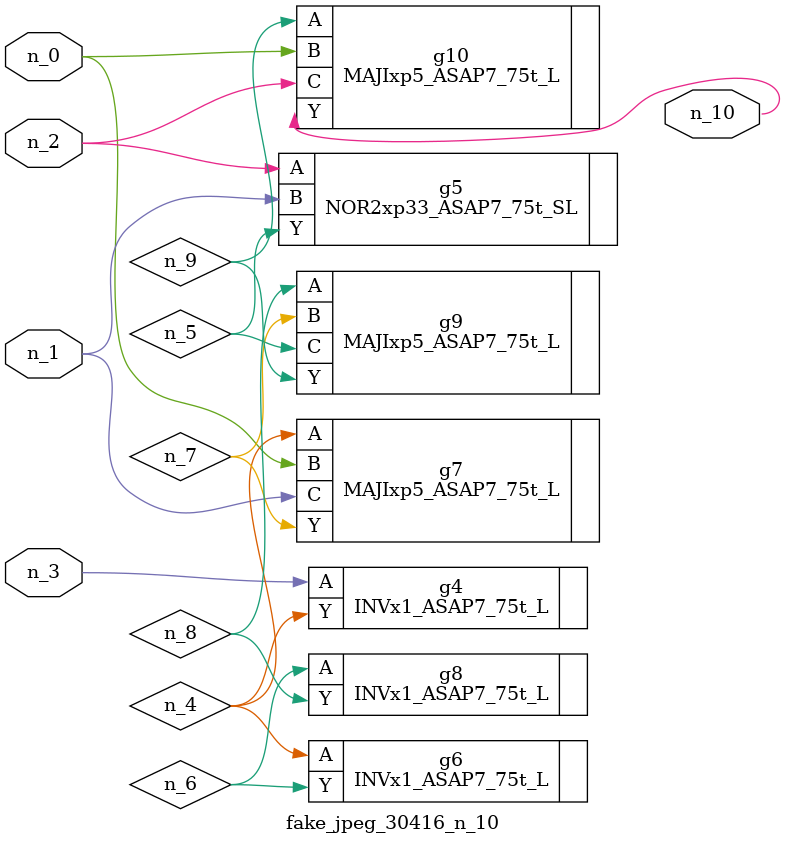
<source format=v>
module fake_jpeg_30416_n_10 (n_0, n_3, n_2, n_1, n_10);

input n_0;
input n_3;
input n_2;
input n_1;

output n_10;

wire n_4;
wire n_8;
wire n_9;
wire n_6;
wire n_5;
wire n_7;

INVx1_ASAP7_75t_L g4 ( 
.A(n_3),
.Y(n_4)
);

NOR2xp33_ASAP7_75t_SL g5 ( 
.A(n_2),
.B(n_1),
.Y(n_5)
);

INVx1_ASAP7_75t_L g6 ( 
.A(n_4),
.Y(n_6)
);

INVx1_ASAP7_75t_L g8 ( 
.A(n_6),
.Y(n_8)
);

MAJIxp5_ASAP7_75t_L g7 ( 
.A(n_4),
.B(n_0),
.C(n_1),
.Y(n_7)
);

MAJIxp5_ASAP7_75t_L g9 ( 
.A(n_8),
.B(n_7),
.C(n_5),
.Y(n_9)
);

MAJIxp5_ASAP7_75t_L g10 ( 
.A(n_9),
.B(n_0),
.C(n_2),
.Y(n_10)
);


endmodule
</source>
